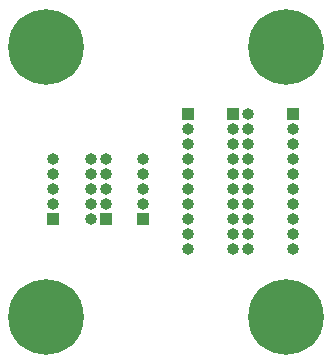
<source format=gbr>
%TF.GenerationSoftware,KiCad,Pcbnew,7.0.9-7.0.9~ubuntu22.04.1*%
%TF.CreationDate,2023-12-17T15:48:06-06:00*%
%TF.ProjectId,PacSat_JTAG_Interface,50616353-6174-45f4-9a54-41475f496e74,rev?*%
%TF.SameCoordinates,Original*%
%TF.FileFunction,Soldermask,Bot*%
%TF.FilePolarity,Negative*%
%FSLAX46Y46*%
G04 Gerber Fmt 4.6, Leading zero omitted, Abs format (unit mm)*
G04 Created by KiCad (PCBNEW 7.0.9-7.0.9~ubuntu22.04.1) date 2023-12-17 15:48:06*
%MOMM*%
%LPD*%
G01*
G04 APERTURE LIST*
%ADD10R,1.000000X1.000000*%
%ADD11O,1.000000X1.000000*%
%ADD12C,3.600000*%
%ADD13C,6.400000*%
G04 APERTURE END LIST*
D10*
%TO.C,J1*%
X92602050Y-86690231D03*
D11*
X91332050Y-86690231D03*
X92602050Y-85420231D03*
X91332050Y-85420231D03*
X92602050Y-84150231D03*
X91332050Y-84150231D03*
X92602050Y-82880231D03*
X91332050Y-82880231D03*
X92602050Y-81610231D03*
X91332050Y-81610231D03*
%TD*%
D12*
%TO.C,H4*%
X87522050Y-94945231D03*
D13*
X87522050Y-94945231D03*
%TD*%
D12*
%TO.C,H1*%
X107842050Y-72085231D03*
D13*
X107842050Y-72085231D03*
%TD*%
D10*
%TO.C,J3*%
X95777050Y-86700231D03*
D11*
X95777050Y-85430231D03*
X95777050Y-84160231D03*
X95777050Y-82890231D03*
X95777050Y-81620231D03*
%TD*%
D10*
%TO.C,J5*%
X99587050Y-77800231D03*
D11*
X99587050Y-79070231D03*
X99587050Y-80340231D03*
X99587050Y-81610231D03*
X99587050Y-82880231D03*
X99587050Y-84150231D03*
X99587050Y-85420231D03*
X99587050Y-86690231D03*
X99587050Y-87960231D03*
X99587050Y-89230231D03*
%TD*%
D10*
%TO.C,J2*%
X103397050Y-77800231D03*
D11*
X104667050Y-77800231D03*
X103397050Y-79070231D03*
X104667050Y-79070231D03*
X103397050Y-80340231D03*
X104667050Y-80340231D03*
X103397050Y-81610231D03*
X104667050Y-81610231D03*
X103397050Y-82880231D03*
X104667050Y-82880231D03*
X103397050Y-84150231D03*
X104667050Y-84150231D03*
X103397050Y-85420231D03*
X104667050Y-85420231D03*
X103397050Y-86690231D03*
X104667050Y-86690231D03*
X103397050Y-87960231D03*
X104667050Y-87960231D03*
X103397050Y-89230231D03*
X104667050Y-89230231D03*
%TD*%
D10*
%TO.C,J4*%
X88157050Y-86699520D03*
D11*
X88157050Y-85429520D03*
X88157050Y-84159520D03*
X88157050Y-82889520D03*
X88157050Y-81619520D03*
%TD*%
D10*
%TO.C,J6*%
X108477050Y-77800231D03*
D11*
X108477050Y-79070231D03*
X108477050Y-80340231D03*
X108477050Y-81610231D03*
X108477050Y-82880231D03*
X108477050Y-84150231D03*
X108477050Y-85420231D03*
X108477050Y-86690231D03*
X108477050Y-87960231D03*
X108477050Y-89230231D03*
%TD*%
D12*
%TO.C,H3*%
X87522050Y-72085231D03*
D13*
X87522050Y-72085231D03*
%TD*%
D12*
%TO.C,H2*%
X107842050Y-94945231D03*
D13*
X107842050Y-94945231D03*
%TD*%
M02*

</source>
